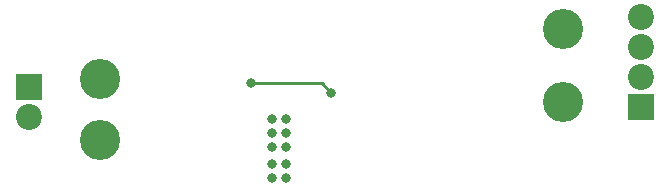
<source format=gbr>
%TF.GenerationSoftware,KiCad,Pcbnew,7.0.7*%
%TF.CreationDate,2024-09-29T13:33:55+02:00*%
%TF.ProjectId,DC_step_down_24V-3_3V,44435f73-7465-4705-9f64-6f776e5f3234,rev?*%
%TF.SameCoordinates,Original*%
%TF.FileFunction,Copper,L2,Bot*%
%TF.FilePolarity,Positive*%
%FSLAX46Y46*%
G04 Gerber Fmt 4.6, Leading zero omitted, Abs format (unit mm)*
G04 Created by KiCad (PCBNEW 7.0.7) date 2024-09-29 13:33:55*
%MOMM*%
%LPD*%
G01*
G04 APERTURE LIST*
%TA.AperFunction,ComponentPad*%
%ADD10C,3.400000*%
%TD*%
%TA.AperFunction,ComponentPad*%
%ADD11R,2.200000X2.200000*%
%TD*%
%TA.AperFunction,ComponentPad*%
%ADD12C,2.200000*%
%TD*%
%TA.AperFunction,ViaPad*%
%ADD13C,0.800000*%
%TD*%
%TA.AperFunction,Conductor*%
%ADD14C,0.250000*%
%TD*%
G04 APERTURE END LIST*
D10*
%TO.P,TP1_GND1,1,1*%
%TO.N,GND*%
X134400000Y-82600000D03*
%TD*%
%TO.P,TP3_GND1,1,1*%
%TO.N,GND*%
X173600000Y-84600000D03*
%TD*%
D11*
%TO.P,J2,1,Pin_1*%
%TO.N,GND*%
X128400000Y-83330000D03*
D12*
%TO.P,J2,2,Pin_2*%
%TO.N,+24V*%
X128400000Y-85870000D03*
%TD*%
D11*
%TO.P,J1,1,Pin_1*%
%TO.N,GND*%
X180200000Y-85015000D03*
D12*
%TO.P,J1,2,Pin_2*%
X180200000Y-82475000D03*
%TO.P,J1,3,Pin_3*%
%TO.N,+3V3*%
X180200000Y-79935000D03*
%TO.P,J1,4,Pin_4*%
X180200000Y-77395000D03*
%TD*%
D10*
%TO.P,TP2_24V_in1,1,1*%
%TO.N,+24V*%
X134400000Y-87800000D03*
%TD*%
%TO.P,TP1_3V3_out1,1,1*%
%TO.N,+3V3*%
X173600000Y-78400000D03*
%TD*%
D13*
%TO.N,GND*%
X150200000Y-89800000D03*
X149000000Y-89800000D03*
X149000000Y-88400000D03*
X150200000Y-87200000D03*
X149000000Y-87200000D03*
X150200000Y-86000000D03*
X150200000Y-88400000D03*
X149000000Y-91000000D03*
X150200000Y-91000000D03*
X149000000Y-86000000D03*
%TO.N,Net-(U1-BOOT)*%
X147200000Y-83000000D03*
X154000000Y-83800000D03*
%TD*%
D14*
%TO.N,Net-(U1-BOOT)*%
X153200000Y-83000000D02*
X154000000Y-83800000D01*
X147200000Y-83000000D02*
X153200000Y-83000000D01*
%TD*%
M02*

</source>
